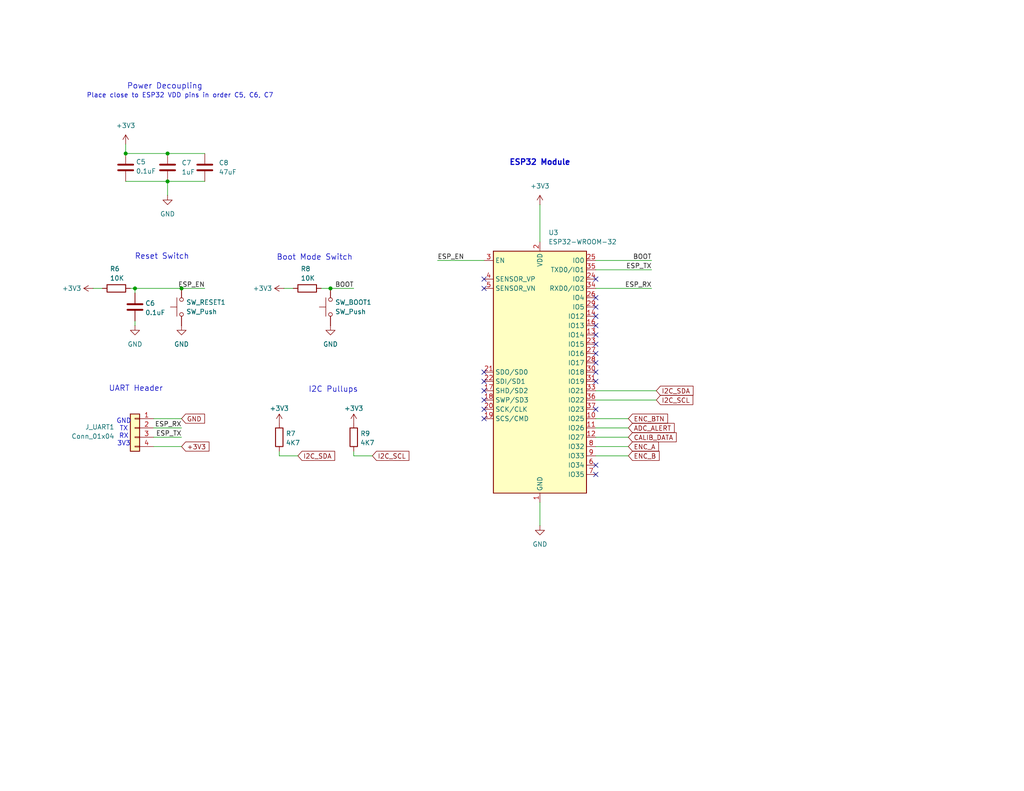
<source format=kicad_sch>
(kicad_sch (version 20250114) (generator "eeschema") (generator_version "9.0")
  (paper "USLetter")
  (title_block (title "MeatReader ESP") (date "2026-01-17") (rev "B"))
  (lib_symbols
    (symbol "Connector_Generic:Conn_01x04" (pin_names (offset 1.016) (hide yes))
      (property "Reference" "J" (at 0 5.08 0))
      (property "Value" "Conn_01x04" (at 0 -7.62 0))
      (symbol "Conn_01x04_1_1"
        (rectangle (start -1.27 3.81) (end 1.27 -6.35) (stroke (width 0.254)) (fill (type background)))
        (rectangle (start -1.27 2.667) (end 0 2.413) (stroke (width 0.1524)))
        (rectangle (start -1.27 0.127) (end 0 -0.127) (stroke (width 0.1524)))
        (rectangle (start -1.27 -2.413) (end 0 -2.667) (stroke (width 0.1524)))
        (rectangle (start -1.27 -4.953) (end 0 -5.207) (stroke (width 0.1524)))
        (pin passive line (at -5.08 2.54 0) (length 3.81) (name "Pin_1") (number "1"))
        (pin passive line (at -5.08 0 0) (length 3.81) (name "Pin_2") (number "2"))
        (pin passive line (at -5.08 -2.54 0) (length 3.81) (name "Pin_3") (number "3"))
        (pin passive line (at -5.08 -5.08 0) (length 3.81) (name "Pin_4") (number "4"))
      )
    )
    (symbol "Device:C" (pin_numbers (hide yes)) (pin_names (offset 0.254))
      (property "Reference" "C" (at 0.635 2.54 0))
      (property "Value" "C" (at 0.635 -2.54 0))
      (symbol "C_0_1"
        (polyline (pts (xy -2.032 0.762) (xy 2.032 0.762)) (stroke (width 0.508)))
        (polyline (pts (xy -2.032 -0.762) (xy 2.032 -0.762)) (stroke (width 0.508)))
      )
      (symbol "C_1_1"
        (pin passive line (at 0 3.81 270) (length 2.794) (name "~") (number "1"))
        (pin passive line (at 0 -3.81 90) (length 2.794) (name "~") (number "2"))
      )
    )
    (symbol "Device:R" (pin_numbers (hide yes)) (pin_names (offset 0))
      (property "Reference" "R" (at 2.032 0 90))
      (property "Value" "R" (at 0 0 90))
      (symbol "R_0_1"
        (rectangle (start -1.016 -2.54) (end 1.016 2.54) (stroke (width 0.254)))
      )
      (symbol "R_1_1"
        (pin passive line (at 0 3.81 270) (length 1.27) (name "~") (number "1"))
        (pin passive line (at 0 -3.81 90) (length 1.27) (name "~") (number "2"))
      )
    )
    (symbol "RF_Module:ESP32-WROOM-32"
      (property "Reference" "U" (at -12.7 34.29 0))
      (property "Value" "ESP32-WROOM-32" (at 1.27 34.29 0))
      (symbol "ESP32-WROOM-32_0_1"
        (rectangle (start -12.7 33.02) (end 12.7 -33.02) (stroke (width 0.254)) (fill (type background)))
      )
      (symbol "ESP32-WROOM-32_1_1"
        (pin input line (at -15.24 30.48 0) (length 2.54) (name "EN") (number "3"))
        (pin input line (at -15.24 25.4 0) (length 2.54) (name "SENSOR_VP") (number "4"))
        (pin input line (at -15.24 22.86 0) (length 2.54) (name "SENSOR_VN") (number "5"))
        (pin bidirectional line (at -15.24 0 0) (length 2.54) (name "SDO/SD0") (number "21"))
        (pin bidirectional line (at -15.24 -2.54 0) (length 2.54) (name "SDI/SD1") (number "22"))
        (pin bidirectional line (at -15.24 -5.08 0) (length 2.54) (name "SHD/SD2") (number "17"))
        (pin bidirectional line (at -15.24 -7.62 0) (length 2.54) (name "SWP/SD3") (number "18"))
        (pin bidirectional line (at -15.24 -10.16 0) (length 2.54) (name "SCK/CLK") (number "20"))
        (pin bidirectional line (at -15.24 -12.7 0) (length 2.54) (name "SCS/CMD") (number "19"))
        (pin no_connect line (at -12.7 -27.94 0) (length 2.54) (hide yes) (name "NC") (number "32"))
        (pin power_in line (at 0 35.56 270) (length 2.54) (name "VDD") (number "2"))
        (pin power_in line (at 0 -35.56 90) (length 2.54) (name "GND") (number "1"))
        (pin passive line (at 0 -35.56 90) (length 2.54) (hide yes) (name "GND") (number "15"))
        (pin passive line (at 0 -35.56 90) (length 2.54) (hide yes) (name "GND") (number "38"))
        (pin passive line (at 0 -35.56 90) (length 2.54) (hide yes) (name "GND") (number "39"))
        (pin bidirectional line (at 15.24 30.48 180) (length 2.54) (name "IO0") (number "25"))
        (pin bidirectional line (at 15.24 27.94 180) (length 2.54) (name "TXD0/IO1") (number "35"))
        (pin bidirectional line (at 15.24 25.4 180) (length 2.54) (name "IO2") (number "24"))
        (pin bidirectional line (at 15.24 22.86 180) (length 2.54) (name "RXD0/IO3") (number "34"))
        (pin bidirectional line (at 15.24 20.32 180) (length 2.54) (name "IO4") (number "26"))
        (pin bidirectional line (at 15.24 17.78 180) (length 2.54) (name "IO5") (number "29"))
        (pin bidirectional line (at 15.24 15.24 180) (length 2.54) (name "IO12") (number "14"))
        (pin bidirectional line (at 15.24 12.7 180) (length 2.54) (name "IO13") (number "16"))
        (pin bidirectional line (at 15.24 10.16 180) (length 2.54) (name "IO14") (number "13"))
        (pin bidirectional line (at 15.24 7.62 180) (length 2.54) (name "IO15") (number "23"))
        (pin bidirectional line (at 15.24 5.08 180) (length 2.54) (name "IO16") (number "27"))
        (pin bidirectional line (at 15.24 2.54 180) (length 2.54) (name "IO17") (number "28"))
        (pin bidirectional line (at 15.24 0 180) (length 2.54) (name "IO18") (number "30"))
        (pin bidirectional line (at 15.24 -2.54 180) (length 2.54) (name "IO19") (number "31"))
        (pin bidirectional line (at 15.24 -5.08 180) (length 2.54) (name "IO21") (number "33"))
        (pin bidirectional line (at 15.24 -7.62 180) (length 2.54) (name "IO22") (number "36"))
        (pin bidirectional line (at 15.24 -10.16 180) (length 2.54) (name "IO23") (number "37"))
        (pin bidirectional line (at 15.24 -12.7 180) (length 2.54) (name "IO25") (number "10"))
        (pin bidirectional line (at 15.24 -15.24 180) (length 2.54) (name "IO26") (number "11"))
        (pin bidirectional line (at 15.24 -17.78 180) (length 2.54) (name "IO27") (number "12"))
        (pin bidirectional line (at 15.24 -20.32 180) (length 2.54) (name "IO32") (number "8"))
        (pin bidirectional line (at 15.24 -22.86 180) (length 2.54) (name "IO33") (number "9"))
        (pin input line (at 15.24 -25.4 180) (length 2.54) (name "IO34") (number "6"))
        (pin input line (at 15.24 -27.94 180) (length 2.54) (name "IO35") (number "7"))
      )
    )
    (symbol "Switch:SW_Push" (pin_numbers (hide yes)) (pin_names (offset 1.016) (hide yes))
      (property "Reference" "SW" (at 1.27 2.54 0))
      (property "Value" "SW_Push" (at 0 -1.524 0))
      (symbol "SW_Push_0_1"
        (circle (center -2.032 0) (radius 0.508))
        (polyline (pts (xy 0 1.27) (xy 0 3.048)))
        (circle (center 2.032 0) (radius 0.508))
        (polyline (pts (xy 2.54 1.27) (xy -2.54 1.27)))
        (pin passive line (at -5.08 0 0) (length 2.54) (name "1") (number "1"))
        (pin passive line (at 5.08 0 180) (length 2.54) (name "2") (number "2"))
      )
    )
    (symbol "power:+3V3" (power) (pin_numbers (hide yes)) (pin_names (offset 0) (hide yes))
      (property "Value" "+3V3" (at 0 3.556 0))
      (symbol "+3V3_0_1"
        (polyline (pts (xy -0.762 1.27) (xy 0 2.54)))
        (polyline (pts (xy 0 2.54) (xy 0.762 1.27)))
        (polyline (pts (xy 0 0) (xy 0 2.54)))
      )
      (symbol "+3V3_1_1"
        (pin power_in line (at 0 0 90) (length 0) (name "~") (number "1"))
      )
    )
    (symbol "power:GND" (power) (pin_numbers (hide yes)) (pin_names (offset 0) (hide yes))
      (property "Value" "GND" (at 0 -3.81 0))
      (symbol "GND_0_1"
        (polyline (pts (xy 0 0) (xy 0 -1.27) (xy 1.27 -1.27) (xy 0 -2.54) (xy -1.27 -1.27) (xy 0 -1.27)))
      )
      (symbol "GND_1_1"
        (pin power_in line (at 0 0 270) (length 0) (name "~") (number "1"))
      )
    )
  )
  (text "GND\nTX\nRX\n3V3" (at 33.782 118.11 0) (effects (font (size 1.27 1.27))))
  (text "I2C Pullups" (at 90.932 106.426 0) (effects (font (size 1.524 1.524))))
  (text "UART Header" (at 37.084 106.172 0) (effects (font (size 1.524 1.524))))
  (text "Power Decoupling" (at 44.958 23.622 0) (effects (font (size 1.524 1.524))))
  (text "Place close to ESP32 VDD pins in order C5, C6, C7" (at 23.622 26.162 0) (effects (font (size 1.27 1.27)) (justify left)))
  (text "Reset Switch" (at 44.196 70.104 0) (effects (font (size 1.524 1.524))))
  (text "Boot Mode Switch" (at 85.852 70.358 0) (effects (font (size 1.524 1.524))))
  (text "ESP32 Module" (at 147.32 44.45 0) (effects (font (size 1.524 1.524) (thickness 0.3048) (bold yes))))
  (junction (at 45.72 41.91))
  (junction (at 45.72 49.53))
  (junction (at 36.83 78.74))
  (junction (at 49.53 78.74))
  (junction (at 90.17 78.74))
  (junction (at 34.29 41.91))
  (no_connect (at 132.08 111.76))
  (no_connect (at 162.56 101.6))
  (no_connect (at 162.56 111.76))
  (no_connect (at 162.56 86.36))
  (no_connect (at 162.56 127))
  (no_connect (at 132.08 106.68))
  (no_connect (at 132.08 109.22))
  (no_connect (at 162.56 76.2))
  (no_connect (at 162.56 91.44))
  (no_connect (at 132.08 76.2))
  (no_connect (at 162.56 129.54))
  (no_connect (at 162.56 88.9))
  (no_connect (at 162.56 104.14))
  (no_connect (at 132.08 104.14))
  (no_connect (at 132.08 101.6))
  (no_connect (at 162.56 81.28))
  (no_connect (at 132.08 114.3))
  (no_connect (at 162.56 93.98))
  (no_connect (at 162.56 83.82))
  (no_connect (at 132.08 78.74))
  (no_connect (at 162.56 96.52))
  (no_connect (at 162.56 99.06))
  (wire (pts (xy 162.56 116.84) (xy 171.45 116.84)))
  (wire (pts (xy 96.52 124.46) (xy 96.52 123.19)))
  (wire (pts (xy 77.47 78.74) (xy 80.01 78.74)))
  (wire (pts (xy 41.91 121.92) (xy 49.53 121.92)))
  (wire (pts (xy 162.56 109.22) (xy 179.07 109.22)))
  (wire (pts (xy 162.56 121.92) (xy 171.45 121.92)))
  (wire (pts (xy 87.63 78.74) (xy 90.17 78.74)))
  (wire (pts (xy 34.29 49.53) (xy 45.72 49.53)))
  (wire (pts (xy 162.56 106.68) (xy 179.07 106.68)))
  (wire (pts (xy 41.91 116.84) (xy 49.53 116.84)))
  (wire (pts (xy 45.72 41.91) (xy 55.88 41.91)))
  (wire (pts (xy 162.56 73.66) (xy 177.8 73.66)))
  (wire (pts (xy 25.4 78.74) (xy 27.94 78.74)))
  (wire (pts (xy 96.52 124.46) (xy 101.6 124.46)))
  (wire (pts (xy 49.53 78.74) (xy 55.88 78.74)))
  (wire (pts (xy 34.29 41.91) (xy 45.72 41.91)))
  (wire (pts (xy 162.56 78.74) (xy 177.8 78.74)))
  (wire (pts (xy 41.91 119.38) (xy 49.53 119.38)))
  (wire (pts (xy 36.83 78.74) (xy 49.53 78.74)))
  (wire (pts (xy 41.91 114.3) (xy 49.53 114.3)))
  (wire (pts (xy 36.83 80.01) (xy 36.83 78.74)))
  (wire (pts (xy 162.56 114.3) (xy 171.45 114.3)))
  (wire (pts (xy 35.56 78.74) (xy 36.83 78.74)))
  (wire (pts (xy 45.72 49.53) (xy 45.72 53.34)))
  (wire (pts (xy 34.29 39.37) (xy 34.29 41.91)))
  (wire (pts (xy 45.72 49.53) (xy 55.88 49.53)))
  (wire (pts (xy 162.56 119.38) (xy 171.45 119.38)))
  (wire (pts (xy 147.32 137.16) (xy 147.32 143.51)))
  (wire (pts (xy 76.2 124.46) (xy 76.2 123.19)))
  (wire (pts (xy 147.32 55.88) (xy 147.32 66.04)))
  (wire (pts (xy 162.56 71.12) (xy 177.8 71.12)))
  (wire (pts (xy 76.2 124.46) (xy 81.28 124.46)))
  (wire (pts (xy 162.56 124.46) (xy 171.45 124.46)))
  (wire (pts (xy 90.17 78.74) (xy 96.52 78.74)))
  (wire (pts (xy 36.83 88.9) (xy 36.83 87.63)))
  (wire (pts (xy 119.38 71.12) (xy 132.08 71.12)))
  (label "ESP_EN" (at 119.38 71.12 0))
  (label "ESP_TX" (at 177.8 73.66 180))
  (label "BOOT" (at 96.52 78.74 180))
  (label "BOOT" (at 177.8 71.12 180))
  (label "ESP_TX" (at 49.53 119.38 180))
  (label "ESP_RX" (at 177.8 78.74 180))
  (label "ESP_RX" (at 49.53 116.84 180))
  (label "ESP_EN" (at 55.88 78.74 180))
  (global_label "ENC_B" (shape input) (at 171.45 124.46 0) (property "Intersheetrefs" "${INTERSHEET_REFS}" (effects (hide yes))))
  (global_label "CALIB_DATA" (shape input) (at 171.45 119.38 0) (property "Intersheetrefs" "${INTERSHEET_REFS}" (effects (hide yes))))
  (global_label "ADC_ALERT" (shape input) (at 171.45 116.84 0) (property "Intersheetrefs" "${INTERSHEET_REFS}" (effects (hide yes))))
  (global_label "ENC_A" (shape input) (at 171.45 121.92 0) (property "Intersheetrefs" "${INTERSHEET_REFS}" (effects (hide yes))))
  (global_label "I2C_SDA" (shape input) (at 81.28 124.46 0) (property "Intersheetrefs" "${INTERSHEET_REFS}" (effects (hide yes))))
  (global_label "+3V3" (shape input) (at 49.53 121.92 0) (property "Intersheetrefs" "${INTERSHEET_REFS}" (effects (hide yes))))
  (global_label "I2C_SCL" (shape input) (at 101.6 124.46 0) (property "Intersheetrefs" "${INTERSHEET_REFS}" (effects (hide yes))))
  (global_label "ENC_BTN" (shape input) (at 171.45 114.3 0) (property "Intersheetrefs" "${INTERSHEET_REFS}" (effects (hide yes))))
  (global_label "I2C_SDA" (shape input) (at 179.07 106.68 0) (property "Intersheetrefs" "${INTERSHEET_REFS}" (effects (hide yes))))
  (global_label "I2C_SCL" (shape input) (at 179.07 109.22 0) (property "Intersheetrefs" "${INTERSHEET_REFS}" (effects (hide yes))))
  (global_label "GND" (shape input) (at 49.53 114.3 0) (property "Intersheetrefs" "${INTERSHEET_REFS}" (effects (hide yes))))
  (symbol (lib_id "RF_Module:ESP32-WROOM-32") (at 147.32 101.6 0) (unit 1)
    (property "Reference" "U3" (at 149.6273 63.5 0) (effects (justify left)))
    (property "Value" "ESP32-WROOM-32" (at 149.6273 66.04 0) (effects (justify left)))
    (property "Footprint" "RF_Module:ESP32-WROOM-32_NoThermals" (effects (hide yes)))
    (property "Datasheet" "https://www.espressif.com/sites/default/files/documentation/esp32-wroom-32_datasheet_en.pdf" (effects (hide yes)))
    (property "Description" "RF Module, ESP32-D0WDQ6 SoC, Wi-Fi 802.11b/g/n, Bluetooth, BLE, 32-bit, 2.7-3.6V, onboard antenna, SMD" (effects (hide yes)))
  )
  (symbol (lib_id "power:+3V3") (at 77.47 78.74 90) (unit 1)
    (property "Reference" "#PWR09" (effects (hide yes)))
    (property "Value" "+3V3" (at 71.628 78.74 90))
    (property "Description" "Power symbol creates a global label with name \"+3V3\"" (effects (hide yes)))
  )
  (symbol (lib_id "power:GND") (at 147.32 143.51 0) (unit 1)
    (property "Reference" "#PWR013" (effects (hide yes)))
    (property "Value" "GND" (at 147.32 148.59 0))
    (property "Description" "Power symbol creates a global label with name \"GND\" , ground" (effects (hide yes)))
  )
  (symbol (lib_id "power:+3V3") (at 76.2 115.57 0) (unit 1)
    (property "Reference" "#PWR08" (effects (hide yes)))
    (property "Value" "+3V3" (at 76.2 111.506 0))
    (property "Description" "Power symbol creates a global label with name \"+3V3\"" (effects (hide yes)))
  )
  (symbol (lib_id "Device:C") (at 45.72 45.72 0) (unit 1)
    (property "Reference" "C7" (at 49.53 44.4499 0) (effects (justify left)))
    (property "Value" "1uF" (at 49.53 46.9899 0) (effects (justify left)))
    (property "Footprint" "Capacitor_SMD:C_0603_1608Metric" (effects (hide yes)))
    (property "Description" "Unpolarized capacitor" (effects (hide yes)))
  )
  (symbol (lib_id "Switch:SW_Push") (at 49.53 83.82 90) (unit 1)
    (property "Reference" "SW_RESET1" (at 50.8 82.5499 90) (effects (justify right)))
    (property "Value" "SW_Push" (at 50.8 85.0899 90) (effects (justify right)))
    (property "Footprint" "Button_Switch_THT:SW_PUSH_6mm" (effects (hide yes)))
    (property "Description" "Push button switch, generic, two pins" (effects (hide yes)))
  )
  (symbol (lib_id "Device:R") (at 96.52 119.38 0) (unit 1)
    (property "Reference" "R9" (at 98.298 118.364 0) (effects (justify left)))
    (property "Value" "4K7" (at 98.298 120.904 0) (effects (justify left)))
    (property "Footprint" "Resistor_SMD:R_0603_1608Metric" (effects (hide yes)))
    (property "Description" "Resistor" (effects (hide yes)))
  )
  (symbol (lib_id "power:+3V3") (at 34.29 39.37 0) (unit 1)
    (property "Reference" "#PWR04" (effects (hide yes)))
    (property "Value" "+3V3" (at 34.29 34.29 0))
    (property "Description" "Power symbol creates a global label with name \"+3V3\"" (effects (hide yes)))
  )
  (symbol (lib_id "Connector_Generic:Conn_01x04") (at 36.83 116.84 0) (mirror y) (unit 1)
    (property "Reference" "J_UART1" (at 31.242 116.586 0) (effects (justify left)))
    (property "Value" "Conn_01x04" (at 31.242 119.126 0) (effects (justify left)))
    (property "Footprint" "Connector_PinHeader_2.54mm:PinHeader_1x04_P2.54mm_Vertical" (effects (hide yes)))
    (property "Description" "Generic connector, single row, 01x04, script generated (kicad-library-utils/schlib/autogen/connector/)" (effects (hide yes)))
  )
  (symbol (lib_id "power:GND") (at 49.53 88.9 0) (unit 1)
    (property "Reference" "#PWR07" (effects (hide yes)))
    (property "Value" "GND" (at 49.53 93.98 0))
    (property "Description" "Power symbol creates a global label with name \"GND\" , ground" (effects (hide yes)))
  )
  (symbol (lib_id "power:+3V3") (at 25.4 78.74 90) (unit 1)
    (property "Reference" "#PWR03" (effects (hide yes)))
    (property "Value" "+3V3" (at 19.558 78.74 90))
    (property "Description" "Power symbol creates a global label with name \"+3V3\"" (effects (hide yes)))
  )
  (symbol (lib_id "Device:R") (at 31.75 78.74 90) (unit 1)
    (property "Reference" "R6" (at 29.972 73.406 90) (effects (justify right)))
    (property "Value" "10K" (at 29.972 75.946 90) (effects (justify right)))
    (property "Footprint" "Resistor_SMD:R_0603_1608Metric" (effects (hide yes)))
    (property "Description" "Resistor" (effects (hide yes)))
  )
  (symbol (lib_id "power:GND") (at 36.83 88.9 0) (unit 1)
    (property "Reference" "#PWR05" (effects (hide yes)))
    (property "Value" "GND" (at 36.83 93.98 0))
    (property "Description" "Power symbol creates a global label with name \"GND\" , ground" (effects (hide yes)))
  )
  (symbol (lib_id "power:GND") (at 90.17 88.9 0) (unit 1)
    (property "Reference" "#PWR010" (effects (hide yes)))
    (property "Value" "GND" (at 90.17 93.98 0))
    (property "Description" "Power symbol creates a global label with name \"GND\" , ground" (effects (hide yes)))
  )
  (symbol (lib_id "power:+3V3") (at 147.32 55.88 0) (unit 1)
    (property "Reference" "#PWR012" (effects (hide yes)))
    (property "Value" "+3V3" (at 147.32 50.8 0))
    (property "Description" "Power symbol creates a global label with name \"+3V3\"" (effects (hide yes)))
  )
  (symbol (lib_id "Device:C") (at 36.83 83.82 0) (unit 1)
    (property "Reference" "C6" (at 39.624 82.804 0) (effects (justify left)))
    (property "Value" "0.1uF" (at 39.624 85.344 0) (effects (justify left)))
    (property "Footprint" "Capacitor_SMD:C_0603_1608Metric" (effects (hide yes)))
    (property "Description" "Unpolarized capacitor" (effects (hide yes)))
  )
  (symbol (lib_id "Device:C") (at 55.88 45.72 0) (unit 1)
    (property "Reference" "C8" (at 59.69 44.4499 0) (effects (justify left)))
    (property "Value" "47uF" (at 59.69 46.9899 0) (effects (justify left)))
    (property "Footprint" "Capacitor_SMD:C_0805_2012Metric" (effects (hide yes)))
    (property "Description" "Unpolarized capacitor" (effects (hide yes)))
  )
  (symbol (lib_id "power:GND") (at 45.72 53.34 0) (unit 1)
    (property "Reference" "#PWR06" (effects (hide yes)))
    (property "Value" "GND" (at 45.72 58.42 0))
    (property "Description" "Power symbol creates a global label with name \"GND\" , ground" (effects (hide yes)))
  )
  (symbol (lib_id "Switch:SW_Push") (at 90.17 83.82 90) (unit 1)
    (property "Reference" "SW_BOOT1" (at 91.44 82.5499 90) (effects (justify right)))
    (property "Value" "SW_Push" (at 91.44 85.0899 90) (effects (justify right)))
    (property "Footprint" "TestPoint:Test_01x02" (effects (hide yes)))
  )
  (symbol (lib_id "power:+3V3") (at 96.52 115.57 0) (unit 1)
    (property "Reference" "#PWR011" (effects (hide yes)))
    (property "Value" "+3V3" (at 96.52 111.506 0))
    (property "Description" "Power symbol creates a global label with name \"+3V3\"" (effects (hide yes)))
  )
  (symbol (lib_id "Device:R") (at 83.82 78.74 90) (unit 1)
    (property "Reference" "R8" (at 82.042 73.406 90) (effects (justify right)))
    (property "Value" "10K" (at 82.042 75.946 90) (effects (justify right)))
    (property "Footprint" "Resistor_SMD:R_0603_1608Metric" (effects (hide yes)))
    (property "Description" "Resistor" (effects (hide yes)))
  )
  (symbol (lib_id "Device:C") (at 34.29 45.72 0) (unit 1)
    (property "Reference" "C5" (at 37.084 44.196 0) (effects (justify left)))
    (property "Value" "0.1uF" (at 37.084 46.736 0) (effects (justify left)))
    (property "Footprint" "Capacitor_SMD:C_0603_1608Metric" (effects (hide yes)))
    (property "Description" "Unpolarized capacitor" (effects (hide yes)))
  )
  (symbol (lib_id "Device:R") (at 76.2 119.38 0) (unit 1)
    (property "Reference" "R7" (at 77.978 118.364 0) (effects (justify left)))
    (property "Value" "4K7" (at 77.978 120.904 0) (effects (justify left)))
    (property "Footprint" "Resistor_SMD:R_0603_1608Metric" (effects (hide yes)))
    (property "Description" "Resistor" (effects (hide yes)))
  )
)
</source>
